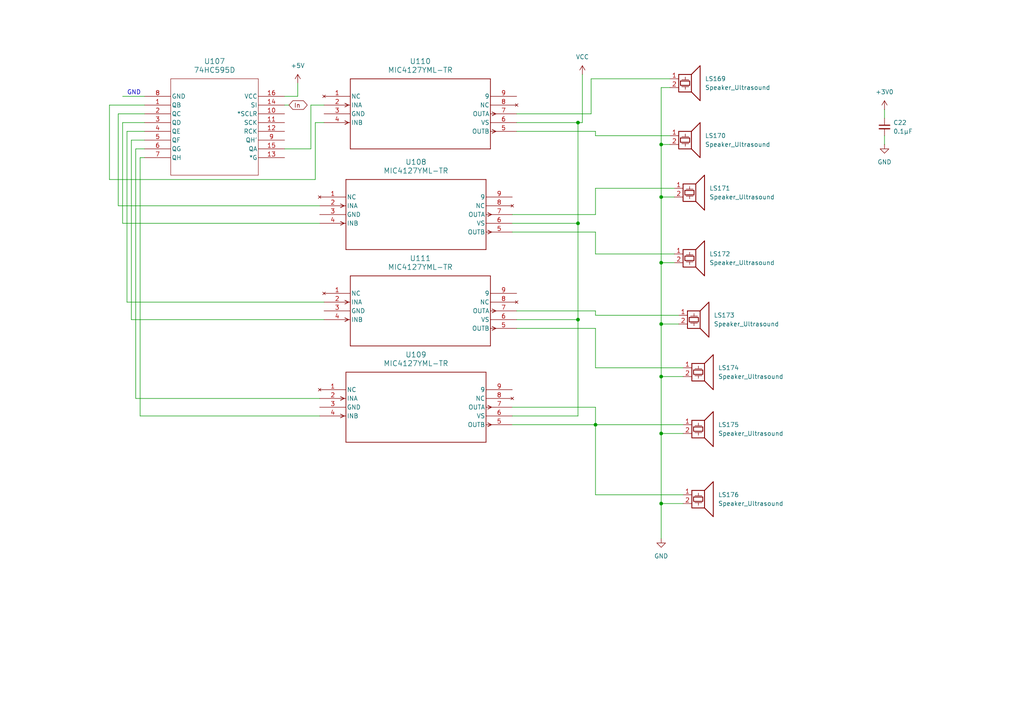
<source format=kicad_sch>
(kicad_sch (version 20250114) (generator "eeschema") (generator_version "9.0")
  (paper "A4")
  (lib_symbols
    (symbol "2025-12-28_09-02-17:MIC4127YML-TR" (pin_names (offset 0.254))
      (property "Reference" "U" (at 27.94 10.16 0))
      (property "Value" "MIC4127YML-TR" (at 27.94 7.62 0))
      (symbol "MIC4127YML-TR_0_1"
        (polyline (pts (xy 7.0993 -2.54) (xy 6.0579 -2.0193)) (stroke (width 0.2032)))
        (polyline (pts (xy 7.0993 -2.54) (xy 6.0579 -3.0607)) (stroke (width 0.2032)))
        (polyline (pts (xy 7.0993 -7.62) (xy 6.0579 -7.0993)) (stroke (width 0.2032)))
        (polyline (pts (xy 7.0993 -7.62) (xy 6.0579 -8.1407)) (stroke (width 0.2032)))
        (polyline (pts (xy 7.62 5.08) (xy 7.62 -15.24)) (stroke (width 0.2032)))
        (polyline (pts (xy 7.62 -15.24) (xy 48.26 -15.24)) (stroke (width 0.2032)))
        (polyline (pts (xy 48.26 5.08) (xy 7.62 5.08)) (stroke (width 0.2032)))
        (polyline (pts (xy 48.26 -15.24) (xy 48.26 5.08)) (stroke (width 0.2032)))
        (polyline (pts (xy 48.7807 -4.5593) (xy 49.8221 -5.08)) (stroke (width 0.2032)))
        (polyline (pts (xy 48.7807 -5.6007) (xy 49.8221 -5.08)) (stroke (width 0.2032)))
        (polyline (pts (xy 48.7807 -9.6393) (xy 49.8221 -10.16)) (stroke (width 0.2032)))
        (polyline (pts (xy 48.7807 -10.6807) (xy 49.8221 -10.16)) (stroke (width 0.2032)))
        (pin no_connect line (at 0 0 0) (length 7.62) (name "NC") (number "1"))
        (pin input line (at 0 -2.54 0) (length 7.62) (name "INA") (number "2"))
        (pin power_in line (at 0 -5.08 0) (length 7.62) (name "GND") (number "3"))
        (pin input line (at 0 -7.62 0) (length 7.62) (name "INB") (number "4"))
        (pin unspecified line (at 55.88 0 180) (length 7.62) (name "9") (number "9"))
        (pin no_connect line (at 55.88 -2.54 180) (length 7.62) (name "NC") (number "8"))
        (pin output line (at 55.88 -5.08 180) (length 7.62) (name "OUTA") (number "7"))
        (pin power_in line (at 55.88 -7.62 180) (length 7.62) (name "VS") (number "6"))
        (pin output line (at 55.88 -10.16 180) (length 7.62) (name "OUTB") (number "5"))
      )
    )
    (symbol "2025-12-28_09-22-42:74HC595D" (pin_names (offset 0.254))
      (property "Reference" "U" (at 20.32 10.16 0))
      (property "Value" "74HC595D" (at 20.32 7.62 0))
      (symbol "74HC595D_0_1"
        (polyline (pts (xy 7.62 5.08) (xy 7.62 -22.86)) (stroke (width 0.127)))
        (polyline (pts (xy 7.62 -22.86) (xy 33.02 -22.86)) (stroke (width 0.127)))
        (polyline (pts (xy 33.02 5.08) (xy 7.62 5.08)) (stroke (width 0.127)))
        (polyline (pts (xy 33.02 -22.86) (xy 33.02 5.08)) (stroke (width 0.127)))
        (pin power_out line (at 0 0 0) (length 7.62) (name "GND") (number "8"))
        (pin output line (at 0 -2.54 0) (length 7.62) (name "QB") (number "1"))
        (pin output line (at 0 -5.08 0) (length 7.62) (name "QC") (number "2"))
        (pin output line (at 0 -7.62 0) (length 7.62) (name "QD") (number "3"))
        (pin output line (at 0 -10.16 0) (length 7.62) (name "QE") (number "4"))
        (pin output line (at 0 -12.7 0) (length 7.62) (name "QF") (number "5"))
        (pin output line (at 0 -15.24 0) (length 7.62) (name "QG") (number "6"))
        (pin output line (at 0 -17.78 0) (length 7.62) (name "QH") (number "7"))
        (pin power_in line (at 40.64 0 180) (length 7.62) (name "VCC") (number "16"))
        (pin input line (at 40.64 -2.54 180) (length 7.62) (name "SI") (number "14"))
        (pin input line (at 40.64 -5.08 180) (length 7.62) (name "*SCLR") (number "10"))
        (pin input line (at 40.64 -7.62 180) (length 7.62) (name "SCK") (number "11"))
        (pin input line (at 40.64 -10.16 180) (length 7.62) (name "RCK") (number "12"))
        (pin output line (at 40.64 -12.7 180) (length 7.62) (name "QH'") (number "9"))
        (pin output line (at 40.64 -15.24 180) (length 7.62) (name "QA") (number "15"))
        (pin input line (at 40.64 -17.78 180) (length 7.62) (name "*G") (number "13"))
      )
    )
    (symbol "Device:C_Small" (pin_numbers (hide yes)) (pin_names (offset 0.254) (hide yes))
      (property "Reference" "C" (at 0.254 1.778 0))
      (property "Value" "C_Small" (at 0.254 -2.032 0))
      (symbol "C_Small_0_1"
        (polyline (pts (xy -1.524 0.508) (xy 1.524 0.508)) (stroke (width 0.3048)))
        (polyline (pts (xy -1.524 -0.508) (xy 1.524 -0.508)) (stroke (width 0.3302)))
      )
      (symbol "C_Small_1_1"
        (pin passive line (at 0 2.54 270) (length 2.032) (name "~") (number "1"))
        (pin passive line (at 0 -2.54 90) (length 2.032) (name "~") (number "2"))
      )
    )
    (symbol "Device:Speaker_Ultrasound" (pin_names (offset 0) (hide yes))
      (property "Reference" "LS" (at 0.635 5.715 0))
      (property "Value" "Speaker_Ultrasound" (at 0.635 3.81 0))
      (symbol "Speaker_Ultrasound_0_0"
        (rectangle (start -2.54 1.27) (end 1.143 -3.81) (stroke (width 0.254)))
        (rectangle (start -2.032 -0.635) (end 0.635 -1.905) (stroke (width 0.254)))
        (polyline (pts (xy -1.651 -0.254) (xy 0.381 -0.254)))
        (polyline (pts (xy -1.651 -2.286) (xy 0.381 -2.286)))
        (polyline (pts (xy -0.635 -0.254) (xy -0.635 0.508)))
        (polyline (pts (xy -0.635 -2.286) (xy -0.635 -3.048)))
        (polyline (pts (xy 1.143 1.27) (xy 3.683 3.81) (xy 3.683 -6.35) (xy 1.143 -3.81)) (stroke (width 0.254)))
      )
      (symbol "Speaker_Ultrasound_1_1"
        (pin input line (at -5.08 0 0) (length 2.54) (name "1") (number "1"))
        (pin input line (at -5.08 -2.54 0) (length 2.54) (name "2") (number "2"))
      )
    )
    (symbol "power:+3V0" (power) (pin_numbers (hide yes)) (pin_names (offset 0) (hide yes))
      (property "Value" "+3V0" (at 0 3.556 0))
      (symbol "+3V0_0_1"
        (polyline (pts (xy -0.762 1.27) (xy 0 2.54)))
        (polyline (pts (xy 0 2.54) (xy 0.762 1.27)))
        (polyline (pts (xy 0 0) (xy 0 2.54)))
      )
      (symbol "+3V0_1_1"
        (pin power_in line (at 0 0 90) (length 0) (name "~") (number "1"))
      )
    )
    (symbol "power:+5V" (power) (pin_numbers (hide yes)) (pin_names (offset 0) (hide yes))
      (property "Value" "+5V" (at 0 3.556 0))
      (symbol "+5V_0_1"
        (polyline (pts (xy -0.762 1.27) (xy 0 2.54)))
        (polyline (pts (xy 0 2.54) (xy 0.762 1.27)))
        (polyline (pts (xy 0 0) (xy 0 2.54)))
      )
      (symbol "+5V_1_1"
        (pin power_in line (at 0 0 90) (length 0) (name "~") (number "1"))
      )
    )
    (symbol "power:GND" (power) (pin_numbers (hide yes)) (pin_names (offset 0) (hide yes))
      (property "Value" "GND" (at 0 -3.81 0))
      (symbol "GND_0_1"
        (polyline (pts (xy 0 0) (xy 0 -1.27) (xy 1.27 -1.27) (xy 0 -2.54) (xy -1.27 -1.27) (xy 0 -1.27)))
      )
      (symbol "GND_1_1"
        (pin power_in line (at 0 0 270) (length 0) (name "~") (number "1"))
      )
    )
    (symbol "power:VCC" (power) (pin_numbers (hide yes)) (pin_names (offset 0) (hide yes))
      (property "Value" "VCC" (at 0 3.556 0))
      (symbol "VCC_0_1"
        (polyline (pts (xy -0.762 1.27) (xy 0 2.54)))
        (polyline (pts (xy 0 2.54) (xy 0.762 1.27)))
        (polyline (pts (xy 0 0) (xy 0 2.54)))
      )
      (symbol "VCC_1_1"
        (pin power_in line (at 0 0 90) (length 0) (name "~") (number "1"))
      )
    )
  )
  (text "GND" (at 38.862 26.924 0) (effects (font (size 1.27 1.27))))
  (junction (at 191.77 57.15))
  (junction (at 191.77 125.73))
  (junction (at 191.77 146.05))
  (junction (at 191.77 109.22))
  (junction (at 172.72 123.19))
  (junction (at 167.64 92.71))
  (junction (at 191.77 93.98))
  (junction (at 167.64 64.77))
  (junction (at 191.77 76.2))
  (junction (at 191.77 41.91))
  (junction (at 167.64 35.56))
  (wire (pts (xy 148.59 67.31) (xy 172.72 67.31)))
  (wire (pts (xy 39.37 43.18) (xy 39.37 115.57)))
  (wire (pts (xy 41.91 43.18) (xy 39.37 43.18)))
  (wire (pts (xy 149.86 95.25) (xy 172.72 95.25)))
  (wire (pts (xy 191.77 93.98) (xy 191.77 109.22)))
  (wire (pts (xy 172.72 95.25) (xy 172.72 106.68)))
  (wire (pts (xy 36.83 38.1) (xy 36.83 87.63)))
  (wire (pts (xy 148.59 123.19) (xy 172.72 123.19)))
  (wire (pts (xy 41.91 38.1) (xy 36.83 38.1)))
  (wire (pts (xy 31.75 30.48) (xy 31.75 52.07)))
  (wire (pts (xy 34.29 33.02) (xy 34.29 59.69)))
  (wire (pts (xy 167.64 92.71) (xy 167.64 120.65)))
  (wire (pts (xy 41.91 30.48) (xy 31.75 30.48)))
  (wire (pts (xy 171.45 33.02) (xy 171.45 22.86)))
  (wire (pts (xy 191.77 76.2) (xy 195.58 76.2)))
  (wire (pts (xy 172.72 67.31) (xy 172.72 73.66)))
  (wire (pts (xy 35.56 64.77) (xy 92.71 64.77)))
  (wire (pts (xy 172.72 143.51) (xy 198.12 143.51)))
  (wire (pts (xy 191.77 41.91) (xy 194.31 41.91)))
  (wire (pts (xy 172.72 123.19) (xy 172.72 143.51)))
  (wire (pts (xy 91.44 35.56) (xy 93.98 35.56)))
  (wire (pts (xy 172.72 38.1) (xy 172.72 39.37)))
  (wire (pts (xy 171.45 22.86) (xy 194.31 22.86)))
  (wire (pts (xy 34.29 59.69) (xy 92.71 59.69)))
  (wire (pts (xy 148.59 64.77) (xy 167.64 64.77)))
  (wire (pts (xy 149.86 38.1) (xy 172.72 38.1)))
  (wire (pts (xy 148.59 118.11) (xy 172.72 118.11)))
  (wire (pts (xy 191.77 57.15) (xy 191.77 76.2)))
  (wire (pts (xy 194.31 25.4) (xy 191.77 25.4)))
  (wire (pts (xy 167.64 35.56) (xy 168.91 35.56)))
  (wire (pts (xy 256.54 31.75) (xy 256.54 34.29)))
  (wire (pts (xy 191.77 109.22) (xy 191.77 125.73)))
  (wire (pts (xy 90.17 30.48) (xy 93.98 30.48)))
  (wire (pts (xy 90.17 43.18) (xy 90.17 30.48)))
  (wire (pts (xy 41.91 33.02) (xy 34.29 33.02)))
  (wire (pts (xy 38.1 92.71) (xy 93.98 92.71)))
  (wire (pts (xy 172.72 123.19) (xy 198.12 123.19)))
  (wire (pts (xy 191.77 125.73) (xy 191.77 146.05)))
  (wire (pts (xy 168.91 21.59) (xy 168.91 35.56)))
  (wire (pts (xy 167.64 64.77) (xy 167.64 92.71)))
  (wire (pts (xy 149.86 92.71) (xy 167.64 92.71)))
  (wire (pts (xy 149.86 33.02) (xy 171.45 33.02)))
  (wire (pts (xy 198.12 146.05) (xy 191.77 146.05)))
  (wire (pts (xy 191.77 25.4) (xy 191.77 41.91)))
  (wire (pts (xy 191.77 146.05) (xy 191.77 156.21)))
  (wire (pts (xy 191.77 125.73) (xy 198.12 125.73)))
  (wire (pts (xy 172.72 73.66) (xy 195.58 73.66)))
  (wire (pts (xy 172.72 39.37) (xy 194.31 39.37)))
  (wire (pts (xy 172.72 90.17) (xy 172.72 91.44)))
  (wire (pts (xy 41.91 40.64) (xy 38.1 40.64)))
  (wire (pts (xy 86.36 24.13) (xy 86.36 27.94)))
  (wire (pts (xy 35.56 27.94) (xy 41.91 27.94)))
  (wire (pts (xy 41.91 35.56) (xy 35.56 35.56)))
  (wire (pts (xy 172.72 106.68) (xy 198.12 106.68)))
  (wire (pts (xy 82.55 27.94) (xy 86.36 27.94)))
  (wire (pts (xy 91.44 52.07) (xy 91.44 35.56)))
  (wire (pts (xy 148.59 120.65) (xy 167.64 120.65)))
  (wire (pts (xy 172.72 91.44) (xy 196.85 91.44)))
  (wire (pts (xy 35.56 35.56) (xy 35.56 64.77)))
  (wire (pts (xy 41.91 45.72) (xy 40.64 45.72)))
  (wire (pts (xy 149.86 90.17) (xy 172.72 90.17)))
  (wire (pts (xy 167.64 35.56) (xy 167.64 64.77)))
  (wire (pts (xy 256.54 39.37) (xy 256.54 41.91)))
  (wire (pts (xy 172.72 62.23) (xy 172.72 54.61)))
  (wire (pts (xy 31.75 52.07) (xy 91.44 52.07)))
  (wire (pts (xy 40.64 120.65) (xy 92.71 120.65)))
  (wire (pts (xy 191.77 93.98) (xy 196.85 93.98)))
  (wire (pts (xy 82.55 30.48) (xy 83.82 30.48)))
  (wire (pts (xy 38.1 40.64) (xy 38.1 92.71)))
  (wire (pts (xy 191.77 76.2) (xy 191.77 93.98)))
  (wire (pts (xy 36.83 87.63) (xy 93.98 87.63)))
  (wire (pts (xy 172.72 118.11) (xy 172.72 123.19)))
  (wire (pts (xy 149.86 35.56) (xy 167.64 35.56)))
  (wire (pts (xy 82.55 43.18) (xy 90.17 43.18)))
  (wire (pts (xy 191.77 109.22) (xy 198.12 109.22)))
  (wire (pts (xy 40.64 45.72) (xy 40.64 120.65)))
  (wire (pts (xy 191.77 41.91) (xy 191.77 57.15)))
  (wire (pts (xy 172.72 54.61) (xy 195.58 54.61)))
  (wire (pts (xy 39.37 115.57) (xy 92.71 115.57)))
  (wire (pts (xy 191.77 57.15) (xy 195.58 57.15)))
  (wire (pts (xy 148.59 62.23) (xy 172.72 62.23)))
  (global_label "In" (shape bidirectional) (at 83.82 30.48 0) (property "Intersheetrefs" "${INTERSHEET_REFS}" (effects (hide yes))))
  (symbol (lib_id "Device:Speaker_Ultrasound") (at 203.2 123.19 0) (unit 1)
    (property "Reference" "LS175" (at 208.28 123.1899 0) (effects (justify left)))
    (property "Value" "Speaker_Ultrasound" (at 208.28 125.7299 0) (effects (justify left)))
    (property "Description" "Ultrasonic transducer" (effects (hide yes)))
  )
  (symbol (lib_id "2025-12-28_09-22-42:74HC595D") (at 41.91 27.94 0) (unit 1)
    (property "Reference" "U107" (at 62.23 17.78 0) (effects (font (size 1.524 1.524))))
    (property "Value" "74HC595D" (at 62.23 20.32 0) (effects (font (size 1.524 1.524))))
    (property "Footprint" "SOIC16_TOS" (effects (hide yes)))
    (property "Datasheet" "https://toshiba.semicon-storage.com/info/docget.jsp?did=36768&prodName=74HC595D" (effects (hide yes)))
  )
  (symbol (lib_id "2025-12-28_09-02-17:MIC4127YML-TR") (at 93.98 27.94 0) (unit 1)
    (property "Reference" "U110" (at 121.92 17.78 0) (effects (font (size 1.524 1.524))))
    (property "Value" "MIC4127YML-TR" (at 121.92 20.32 0) (effects (font (size 1.524 1.524))))
    (property "Footprint" "MLF-8_ML_MCH" (effects (hide yes)))
    (property "Datasheet" "MIC4127YML-TR" (effects (hide yes)))
  )
  (symbol (lib_id "power:+5V") (at 86.36 24.13 0) (unit 1)
    (property "Reference" "#PWR0106" (effects (hide yes)))
    (property "Value" "+5V" (at 86.36 19.05 0))
    (property "Description" "Power symbol creates a global label with name \"+5V\"" (effects (hide yes)))
  )
  (symbol (lib_id "power:GND") (at 256.54 41.91 0) (unit 1)
    (property "Reference" "#PWR0110" (effects (hide yes)))
    (property "Value" "GND" (at 256.54 46.99 0))
    (property "Description" "Power symbol creates a global label with name \"GND\" , ground" (effects (hide yes)))
  )
  (symbol (lib_id "2025-12-28_09-02-17:MIC4127YML-TR") (at 92.71 57.15 0) (unit 1)
    (property "Reference" "U108" (at 120.65 46.99 0) (effects (font (size 1.524 1.524))))
    (property "Value" "MIC4127YML-TR" (at 120.65 49.53 0) (effects (font (size 1.524 1.524))))
    (property "Footprint" "MLF-8_ML_MCH" (effects (hide yes)))
    (property "Datasheet" "MIC4127YML-TR" (effects (hide yes)))
  )
  (symbol (lib_id "Device:Speaker_Ultrasound") (at 200.66 54.61 0) (unit 1)
    (property "Reference" "LS171" (at 205.74 54.6099 0) (effects (justify left)))
    (property "Value" "Speaker_Ultrasound" (at 205.74 57.1499 0) (effects (justify left)))
    (property "Description" "Ultrasonic transducer" (effects (hide yes)))
  )
  (symbol (lib_id "Device:Speaker_Ultrasound") (at 200.66 73.66 0) (unit 1)
    (property "Reference" "LS172" (at 205.74 73.6599 0) (effects (justify left)))
    (property "Value" "Speaker_Ultrasound" (at 205.74 76.1999 0) (effects (justify left)))
    (property "Description" "Ultrasonic transducer" (effects (hide yes)))
  )
  (symbol (lib_id "power:GND") (at 191.77 156.21 0) (unit 1)
    (property "Reference" "#PWR0108" (effects (hide yes)))
    (property "Value" "GND" (at 191.77 161.29 0))
    (property "Description" "Power symbol creates a global label with name \"GND\" , ground" (effects (hide yes)))
  )
  (symbol (lib_id "Device:Speaker_Ultrasound") (at 201.93 91.44 0) (unit 1)
    (property "Reference" "LS173" (at 207.01 91.4399 0) (effects (justify left)))
    (property "Value" "Speaker_Ultrasound" (at 207.01 93.9799 0) (effects (justify left)))
    (property "Description" "Ultrasonic transducer" (effects (hide yes)))
  )
  (symbol (lib_id "power:+3V0") (at 256.54 31.75 0) (unit 1)
    (property "Reference" "#PWR0109" (effects (hide yes)))
    (property "Value" "+3V0" (at 256.54 26.67 0))
    (property "Description" "Power symbol creates a global label with name \"+3V0\"" (effects (hide yes)))
  )
  (symbol (lib_id "2025-12-28_09-02-17:MIC4127YML-TR") (at 92.71 113.03 0) (unit 1)
    (property "Reference" "U109" (at 120.65 102.87 0) (effects (font (size 1.524 1.524))))
    (property "Value" "MIC4127YML-TR" (at 120.65 105.41 0) (effects (font (size 1.524 1.524))))
    (property "Footprint" "MLF-8_ML_MCH" (effects (hide yes)))
    (property "Datasheet" "MIC4127YML-TR" (effects (hide yes)))
  )
  (symbol (lib_id "Device:Speaker_Ultrasound") (at 199.39 22.86 0) (unit 1)
    (property "Reference" "LS169" (at 204.47 22.8599 0) (effects (justify left)))
    (property "Value" "Speaker_Ultrasound" (at 204.47 25.3999 0) (effects (justify left)))
    (property "Description" "Ultrasonic transducer" (effects (hide yes)))
  )
  (symbol (lib_id "Device:Speaker_Ultrasound") (at 199.39 39.37 0) (unit 1)
    (property "Reference" "LS170" (at 204.47 39.3699 0) (effects (justify left)))
    (property "Value" "Speaker_Ultrasound" (at 204.47 41.9099 0) (effects (justify left)))
    (property "Description" "Ultrasonic transducer" (effects (hide yes)))
  )
  (symbol (lib_id "2025-12-28_09-02-17:MIC4127YML-TR") (at 93.98 85.09 0) (unit 1)
    (property "Reference" "U111" (at 121.92 74.93 0) (effects (font (size 1.524 1.524))))
    (property "Value" "MIC4127YML-TR" (at 121.92 77.47 0) (effects (font (size 1.524 1.524))))
    (property "Footprint" "MLF-8_ML_MCH" (effects (hide yes)))
    (property "Datasheet" "MIC4127YML-TR" (effects (hide yes)))
  )
  (symbol (lib_id "Device:C_Small") (at 256.54 36.83 0) (unit 1)
    (property "Reference" "C22" (at 259.08 35.5662 0) (effects (justify left)))
    (property "Value" "0.1μF" (at 259.08 38.1062 0) (effects (justify left)))
    (property "Description" "Unpolarized capacitor, small symbol" (effects (hide yes)))
  )
  (symbol (lib_id "power:VCC") (at 168.91 21.59 0) (unit 1)
    (property "Reference" "#PWR0107" (effects (hide yes)))
    (property "Value" "VCC" (at 168.91 16.51 0))
    (property "Description" "Power symbol creates a global label with name \"VCC\"" (effects (hide yes)))
  )
  (symbol (lib_id "Device:Speaker_Ultrasound") (at 203.2 106.68 0) (unit 1)
    (property "Reference" "LS174" (at 208.28 106.6799 0) (effects (justify left)))
    (property "Value" "Speaker_Ultrasound" (at 208.28 109.2199 0) (effects (justify left)))
    (property "Description" "Ultrasonic transducer" (effects (hide yes)))
  )
  (symbol (lib_id "Device:Speaker_Ultrasound") (at 203.2 143.51 0) (unit 1)
    (property "Reference" "LS176" (at 208.28 143.5099 0) (effects (justify left)))
    (property "Value" "Speaker_Ultrasound" (at 208.28 146.0499 0) (effects (justify left)))
    (property "Description" "Ultrasonic transducer" (effects (hide yes)))
  )
)
</source>
